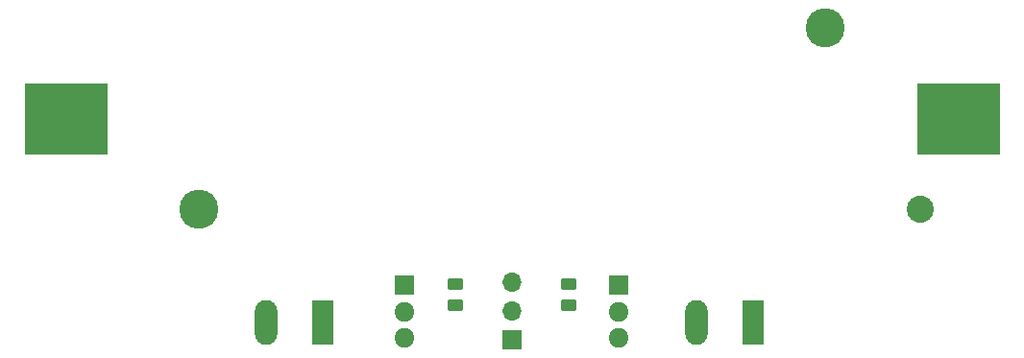
<source format=gbr>
%TF.GenerationSoftware,KiCad,Pcbnew,7.0.7*%
%TF.CreationDate,2023-11-29T00:46:18-05:00*%
%TF.ProjectId,charge_deployment,63686172-6765-45f6-9465-706c6f796d65,rev?*%
%TF.SameCoordinates,Original*%
%TF.FileFunction,Soldermask,Top*%
%TF.FilePolarity,Negative*%
%FSLAX46Y46*%
G04 Gerber Fmt 4.6, Leading zero omitted, Abs format (unit mm)*
G04 Created by KiCad (PCBNEW 7.0.7) date 2023-11-29 00:46:18*
%MOMM*%
%LPD*%
G01*
G04 APERTURE LIST*
G04 Aperture macros list*
%AMRoundRect*
0 Rectangle with rounded corners*
0 $1 Rounding radius*
0 $2 $3 $4 $5 $6 $7 $8 $9 X,Y pos of 4 corners*
0 Add a 4 corners polygon primitive as box body*
4,1,4,$2,$3,$4,$5,$6,$7,$8,$9,$2,$3,0*
0 Add four circle primitives for the rounded corners*
1,1,$1+$1,$2,$3*
1,1,$1+$1,$4,$5*
1,1,$1+$1,$6,$7*
1,1,$1+$1,$8,$9*
0 Add four rect primitives between the rounded corners*
20,1,$1+$1,$2,$3,$4,$5,0*
20,1,$1+$1,$4,$5,$6,$7,0*
20,1,$1+$1,$6,$7,$8,$9,0*
20,1,$1+$1,$8,$9,$2,$3,0*%
G04 Aperture macros list end*
%ADD10R,1.800000X1.717500*%
%ADD11O,1.800000X1.717500*%
%ADD12R,1.980000X3.960000*%
%ADD13O,1.980000X3.960000*%
%ADD14C,2.390000*%
%ADD15C,3.450000*%
%ADD16R,7.340000X6.350000*%
%ADD17RoundRect,0.250000X-0.450000X0.262500X-0.450000X-0.262500X0.450000X-0.262500X0.450000X0.262500X0*%
%ADD18R,1.700000X1.700000*%
%ADD19O,1.700000X1.700000*%
G04 APERTURE END LIST*
D10*
%TO.C,Q1*%
X151880000Y-95710000D03*
D11*
X151880000Y-98000000D03*
X151880000Y-100290000D03*
%TD*%
D12*
%TO.C,J2*%
X163765000Y-99000000D03*
D13*
X158765000Y-99000000D03*
%TD*%
D14*
%TO.C,BT1*%
X178430000Y-89000000D03*
D15*
X170100000Y-73000000D03*
X114900000Y-89000000D03*
D16*
X181830000Y-81000000D03*
X103170000Y-81000000D03*
%TD*%
D10*
%TO.C,Q2*%
X133000000Y-95710000D03*
D11*
X133000000Y-98000000D03*
X133000000Y-100290000D03*
%TD*%
D17*
%TO.C,R2*%
X147500000Y-95587500D03*
X147500000Y-97412500D03*
%TD*%
%TO.C,R1*%
X137500000Y-95587500D03*
X137500000Y-97412500D03*
%TD*%
D12*
%TO.C,J3*%
X125765000Y-99000000D03*
D13*
X120765000Y-99000000D03*
%TD*%
D18*
%TO.C,J1*%
X142500000Y-100500000D03*
D19*
X142500000Y-97960000D03*
X142500000Y-95420000D03*
%TD*%
M02*

</source>
